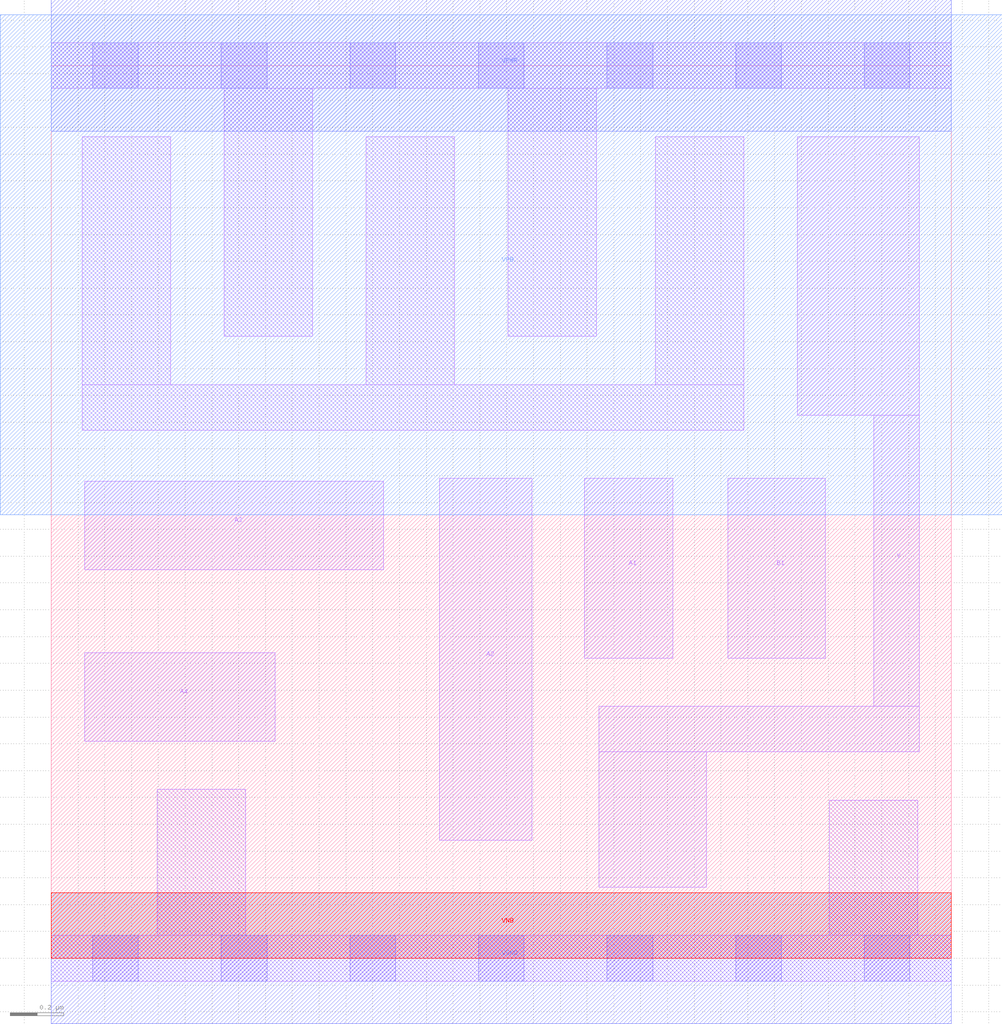
<source format=lef>
# Copyright 2020 The SkyWater PDK Authors
#
# Licensed under the Apache License, Version 2.0 (the "License");
# you may not use this file except in compliance with the License.
# You may obtain a copy of the License at
#
#     https://www.apache.org/licenses/LICENSE-2.0
#
# Unless required by applicable law or agreed to in writing, software
# distributed under the License is distributed on an "AS IS" BASIS,
# WITHOUT WARRANTIES OR CONDITIONS OF ANY KIND, either express or implied.
# See the License for the specific language governing permissions and
# limitations under the License.
#
# SPDX-License-Identifier: Apache-2.0

VERSION 5.7 ;
  NOWIREEXTENSIONATPIN ON ;
  DIVIDERCHAR "/" ;
  BUSBITCHARS "[]" ;
MACRO sky130_fd_sc_lp__a41oi_lp
  CLASS CORE ;
  FOREIGN sky130_fd_sc_lp__a41oi_lp ;
  ORIGIN  0.000000  0.000000 ;
  SIZE  3.360000 BY  3.330000 ;
  SYMMETRY X Y R90 ;
  SITE unit ;
  PIN A1
    ANTENNAGATEAREA  0.313000 ;
    DIRECTION INPUT ;
    USE SIGNAL ;
    PORT
      LAYER li1 ;
        RECT 1.990000 1.120000 2.320000 1.790000 ;
    END
  END A1
  PIN A2
    ANTENNAGATEAREA  0.313000 ;
    DIRECTION INPUT ;
    USE SIGNAL ;
    PORT
      LAYER li1 ;
        RECT 1.450000 0.440000 1.795000 1.790000 ;
    END
  END A2
  PIN A3
    ANTENNAGATEAREA  0.313000 ;
    DIRECTION INPUT ;
    USE SIGNAL ;
    PORT
      LAYER li1 ;
        RECT 0.125000 1.450000 1.240000 1.780000 ;
    END
  END A3
  PIN A4
    ANTENNAGATEAREA  0.313000 ;
    DIRECTION INPUT ;
    USE SIGNAL ;
    PORT
      LAYER li1 ;
        RECT 0.125000 0.810000 0.835000 1.140000 ;
    END
  END A4
  PIN B1
    ANTENNAGATEAREA  0.376000 ;
    DIRECTION INPUT ;
    USE SIGNAL ;
    PORT
      LAYER li1 ;
        RECT 2.525000 1.120000 2.890000 1.790000 ;
    END
  END B1
  PIN Y
    ANTENNADIFFAREA  0.402600 ;
    DIRECTION OUTPUT ;
    USE SIGNAL ;
    PORT
      LAYER li1 ;
        RECT 2.045000 0.265000 2.445000 0.770000 ;
        RECT 2.045000 0.770000 3.240000 0.940000 ;
        RECT 2.785000 2.025000 3.240000 3.065000 ;
        RECT 3.070000 0.940000 3.240000 2.025000 ;
    END
  END Y
  PIN VGND
    DIRECTION INOUT ;
    USE GROUND ;
    PORT
      LAYER met1 ;
        RECT 0.000000 -0.245000 3.360000 0.245000 ;
    END
  END VGND
  PIN VNB
    DIRECTION INOUT ;
    USE GROUND ;
    PORT
      LAYER pwell ;
        RECT 0.000000 0.000000 3.360000 0.245000 ;
    END
  END VNB
  PIN VPB
    DIRECTION INOUT ;
    USE POWER ;
    PORT
      LAYER nwell ;
        RECT -0.190000 1.655000 3.550000 3.520000 ;
    END
  END VPB
  PIN VPWR
    DIRECTION INOUT ;
    USE POWER ;
    PORT
      LAYER met1 ;
        RECT 0.000000 3.085000 3.360000 3.575000 ;
    END
  END VPWR
  OBS
    LAYER li1 ;
      RECT 0.000000 -0.085000 3.360000 0.085000 ;
      RECT 0.000000  3.245000 3.360000 3.415000 ;
      RECT 0.115000  1.970000 2.585000 2.140000 ;
      RECT 0.115000  2.140000 0.445000 3.065000 ;
      RECT 0.395000  0.085000 0.725000 0.630000 ;
      RECT 0.645000  2.320000 0.975000 3.245000 ;
      RECT 1.175000  2.140000 1.505000 3.065000 ;
      RECT 1.705000  2.320000 2.035000 3.245000 ;
      RECT 2.255000  2.140000 2.585000 3.065000 ;
      RECT 2.905000  0.085000 3.235000 0.590000 ;
    LAYER mcon ;
      RECT 0.155000 -0.085000 0.325000 0.085000 ;
      RECT 0.155000  3.245000 0.325000 3.415000 ;
      RECT 0.635000 -0.085000 0.805000 0.085000 ;
      RECT 0.635000  3.245000 0.805000 3.415000 ;
      RECT 1.115000 -0.085000 1.285000 0.085000 ;
      RECT 1.115000  3.245000 1.285000 3.415000 ;
      RECT 1.595000 -0.085000 1.765000 0.085000 ;
      RECT 1.595000  3.245000 1.765000 3.415000 ;
      RECT 2.075000 -0.085000 2.245000 0.085000 ;
      RECT 2.075000  3.245000 2.245000 3.415000 ;
      RECT 2.555000 -0.085000 2.725000 0.085000 ;
      RECT 2.555000  3.245000 2.725000 3.415000 ;
      RECT 3.035000 -0.085000 3.205000 0.085000 ;
      RECT 3.035000  3.245000 3.205000 3.415000 ;
  END
END sky130_fd_sc_lp__a41oi_lp
END LIBRARY

</source>
